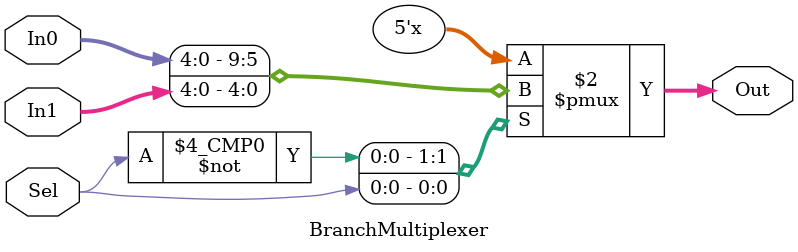
<source format=v>
`timescale 1ns / 1ps

module BranchMultiplexer(In0,In1,Sel,Out);
	 input [4:0]  In0; // From Adder (Near PC Counter)
	 input [4:0]  In1; // From Adder (For Branch)
	 input  Sel;
	 output reg[4:0]  Out;
always@(In0,In1,Sel)
	case(Sel)
		0:Out<=In0;
		1:Out<=In1;
endcase
endmodule

</source>
